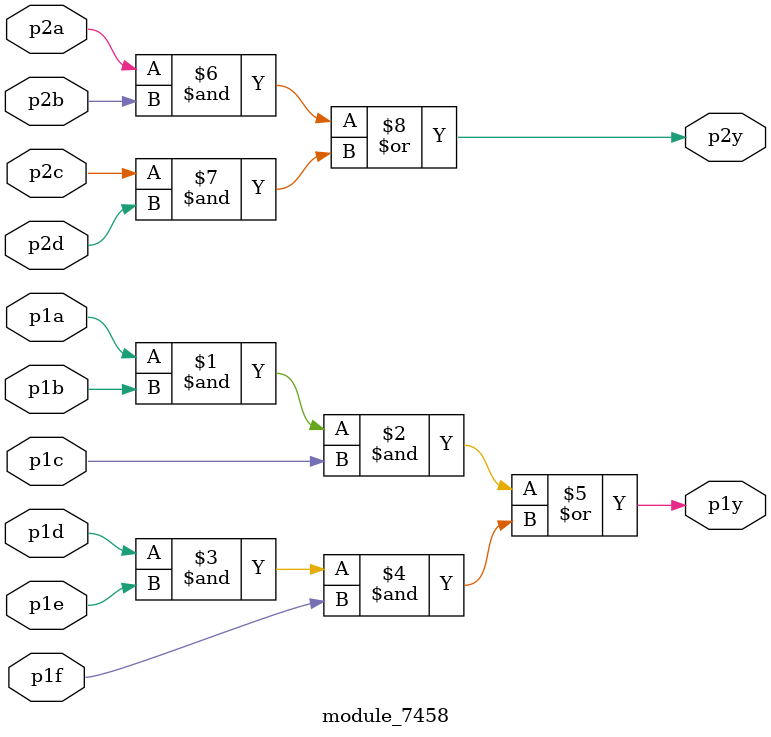
<source format=v>
module module_7458 ( 
    input p1a, p1b, p1c, p1d, p1e, p1f,
    output p1y,
    input p2a, p2b, p2c, p2d,
    output p2y );

    assign p1y = (p1a & p1b & p1c) | (p1d & p1e & p1f);
    assign p2y = (p2a & p2b) | (p2c & p2d);

endmodule
</source>
